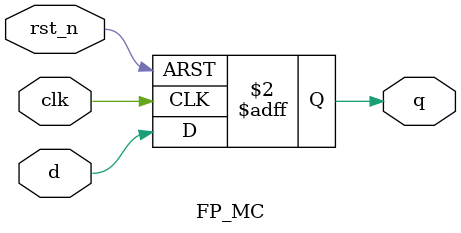
<source format=sv>
module FP_MC(q, d, clk, rst_n);
	output reg q;
	input d, clk, rst_n;
`ifdef POS
	always @(posedge clk, negedge rst_n) begin
		if (!rst_n) q <= 1'b0;  
`endif
`ifndef POS
	always @(posedge clk, posedge rst_n) begin 
		if (rst_n) q <= 1'b0; 
`endif
		//if (!rst_n) q <= 1'b0; 
   		else        q <= (d); 
		$display("%d", q); 
	end
endmodule



</source>
